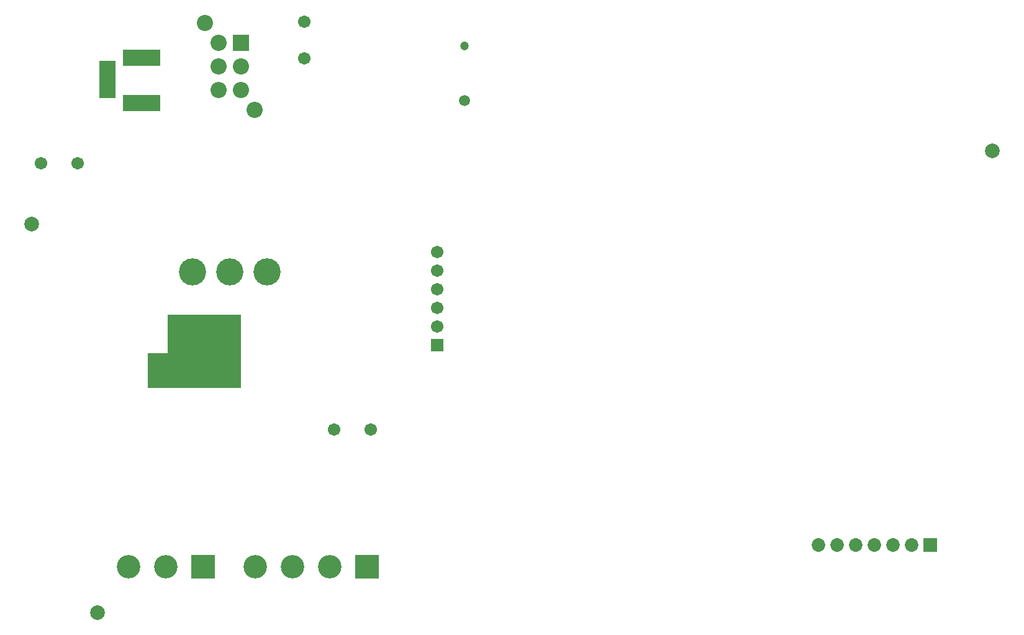
<source format=gbs>
G04*
G04 #@! TF.GenerationSoftware,Altium Limited,Altium Designer,24.5.2 (23)*
G04*
G04 Layer_Color=16711935*
%FSLAX25Y25*%
%MOIN*%
G70*
G04*
G04 #@! TF.SameCoordinates,54B51B4C-3849-4939-8346-CF3DF989E6B0*
G04*
G04*
G04 #@! TF.FilePolarity,Negative*
G04*
G01*
G75*
%ADD77C,0.04737*%
%ADD113C,0.07874*%
%ADD118C,0.05918*%
%ADD119C,0.06706*%
%ADD120C,0.07296*%
%ADD121R,0.07296X0.07296*%
%ADD122R,0.12611X0.12611*%
%ADD123C,0.12611*%
%ADD124R,0.06706X0.06706*%
%ADD125C,0.14580*%
%ADD126R,0.20485X0.08674*%
%ADD127R,0.08674X0.20485*%
%ADD128C,0.08674*%
%ADD129R,0.08674X0.08674*%
%ADD130C,0.03556*%
G36*
X124007Y132260D02*
X84626D01*
Y132264D01*
X74272D01*
Y150965D01*
X84626D01*
Y171630D01*
X124007D01*
Y132260D01*
D02*
G37*
D77*
X244094Y316122D02*
D03*
D113*
X47244Y11811D02*
D03*
X527559Y259842D02*
D03*
X11811Y220472D02*
D03*
D118*
X244094Y286634D02*
D03*
D119*
X174213Y110236D02*
D03*
X193898D02*
D03*
X157980Y329224D02*
D03*
Y309539D02*
D03*
X16732Y252953D02*
D03*
X36417D02*
D03*
X229331Y165354D02*
D03*
Y175354D02*
D03*
Y185354D02*
D03*
Y195354D02*
D03*
Y205354D02*
D03*
D120*
X484055Y48228D02*
D03*
X474055D02*
D03*
X464055D02*
D03*
X454055D02*
D03*
X444055D02*
D03*
X434055D02*
D03*
D121*
X494055D02*
D03*
D122*
X191890Y36417D02*
D03*
X103661D02*
D03*
D123*
X171890D02*
D03*
X151890D02*
D03*
X131890D02*
D03*
X83661D02*
D03*
X63661D02*
D03*
D124*
X229331Y155354D02*
D03*
D125*
X138110Y194882D02*
D03*
X118110D02*
D03*
X98110D02*
D03*
D126*
X70866Y285433D02*
D03*
Y309842D02*
D03*
D127*
X52362Y298031D02*
D03*
D128*
X104724Y328346D02*
D03*
X131496Y281890D02*
D03*
X112205Y292520D02*
D03*
Y305118D02*
D03*
Y317717D02*
D03*
X124016Y292520D02*
D03*
Y305118D02*
D03*
D129*
Y317717D02*
D03*
D130*
X80374Y135020D02*
D03*
Y139350D02*
D03*
X76043D02*
D03*
Y135020D02*
D03*
M02*

</source>
